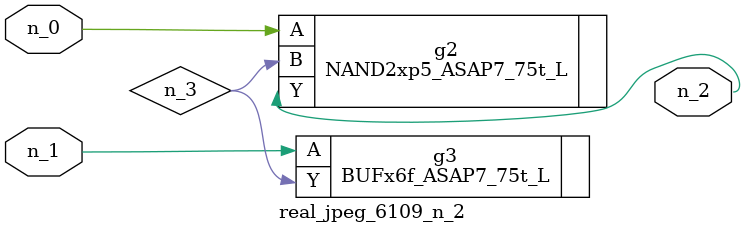
<source format=v>
module real_jpeg_6109_n_2 (n_1, n_0, n_2);

input n_1;
input n_0;

output n_2;

wire n_3;

NAND2xp5_ASAP7_75t_L g2 ( 
.A(n_0),
.B(n_3),
.Y(n_2)
);

BUFx6f_ASAP7_75t_L g3 ( 
.A(n_1),
.Y(n_3)
);


endmodule
</source>
